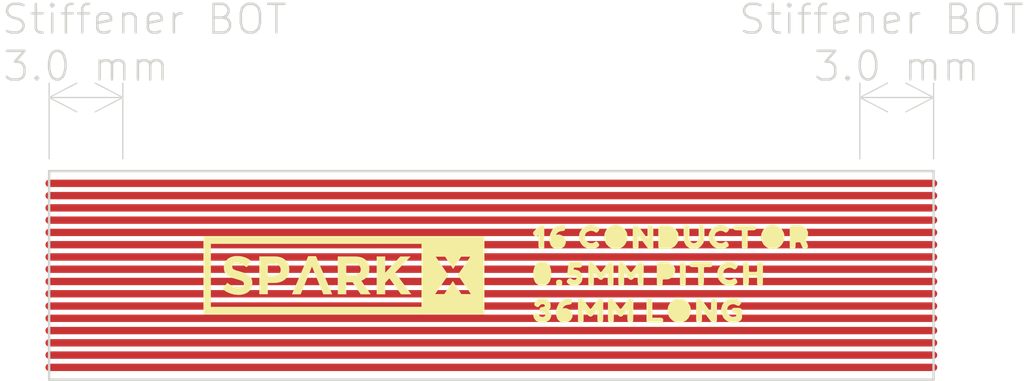
<source format=kicad_pcb>
(kicad_pcb (version 20211014) (generator pcbnew)
  (layers (0 "F.Cu" signal) (31 "B.Cu" signal) (34 "B.Paste" user) (35 "F.Paste" user) (36 "B.SilkS" user "B.Silkscreen") (37 "F.SilkS" user "F.Silkscreen") (38 "B.Mask" user) (39 "F.Mask" user) (44 "Edge.Cuts" user))
  (net 0 "")
  (net 1 "S$1")
  (net 2 "S$2")
  (footprint "eagleBoard:36MM_LONG0" (layer "F.Cu") (at 149.5011 106.4536)
    (fp_text reference "E$5" hide)
    (fp_text value "" hide)
    (fp_poly (pts (xy 1.333731 -0.41334) (xy 1.374235 -0.36271) (xy 1.404835 -0.30151) (xy 1.415 -0.230355) (xy 1.415 -0.159189) (xy 1.394276 -0.097018) (xy 1.345 -0.057598) (xy 1.345 -0.022072) (xy 1.394109 0.027038) (xy 1.424631 0.088082) (xy 1.445117 0.149539) (xy 1.434886 0.221153) (xy 1.414631 0.281918) (xy 1.384109 0.342962) (xy 1.332962 0.394109) (xy 1.272402 0.424389) (xy 1.222007 0.454627) (xy 1.1507 0.475) (xy 1.009645 0.475) (xy 0.93849 0.464835) (xy 0.816782 0.403981) (xy 0.77596 0.352954) (xy 0.735468 0.292216) (xy 0.715114 0.231153) (xy 0.704757 0.158657) (xy 0.737009 0.115654) (xy 0.809608 0.094912) (xy 0.891938 0.105203) (xy 0.934069 0.136802) (xy 0.963875 0.206347) (xy 1.021509 0.235165) (xy 1.089651 0.244899) (xy 1.15738 0.225548) (xy 1.195 0.187928) (xy 1.195 0.132342) (xy 1.137889 0.084749) (xy 1.069235 0.074942) (xy 1.007202 0.064603) (xy 0.975181 0.021908) (xy 0.964909 -0.070539) (xy 0.98599 -0.133781) (xy 1.038741 -0.154882) (xy 1.118889 -0.1649) (xy 1.175 -0.183603) (xy 1.175 -0.237598) (xy 1.128247 -0.275) (xy 1.05118 -0.275) (xy 0.993217 -0.246019) (xy 0.953731 -0.19666) (xy 0.911716 -0.154645) (xy 0.848296 -0.165215) (xy 0.776385 -0.206307) (xy 0.744718 -0.259085) (xy 0.755256 -0.311776) (xy 0.795852 -0.382819) (xy 0.836581 -0.43373) (xy 0.897784 -0.474532) (xy 0.958522 -0.494778) (xy 1.0293 -0.515) (xy 1.232071 -0.515)) (layer "F.SilkS") (width 0) (fill solid))
    (fp_poly (pts (xy 2.274757 -0.442058) (xy 2.285101 -0.369652) (xy 2.264346 -0.297009) (xy 2.221938 -0.265203) (xy 2.140732 -0.255053) (xy 2.081105 -0.245115) (xy 2.012337 -0.225467) (xy 1.96352 -0.186413) (xy 1.914574 -0.127678) (xy 1.906951 -0.097186) (xy 1.9693 -0.115) (xy 2.0307 -0.115) (xy 2.10182 -0.09468) (xy 2.16271 -0.064235) (xy 2.21334 -0.023731) (xy 2.264109 0.027038) (xy 2.294808 0.088436) (xy 2.305 0.149586) (xy 2.305 0.24118) (xy 2.243981 0.363218) (xy 2.192954 0.40404) (xy 2.132216 0.444532) (xy 2.071153 0.464886) (xy 2.000355 0.475) (xy 1.929645 0.475) (xy 1.85849 0.464835) (xy 1.79729 0.434235) (xy 1.74666 0.393731) (xy 1.705891 0.352962) (xy 1.675369 0.291918) (xy 1.655222 0.231478) (xy 1.635 0.1607) (xy 1.635 0.009645) (xy 1.645114 -0.061153) (xy 1.665257 -0.121581) (xy 1.685369 -0.181918) (xy 1.745765 -0.30271) (xy 1.786443 -0.353557) (xy 1.836877 -0.393904) (xy 1.88729 -0.434235) (xy 1.94818 -0.46468) (xy 2.018955 -0.484901) (xy 2.089645 -0.495) (xy 2.232403 -0.495)) (layer "F.SilkS") (width 0) (fill solid))
    (fp_poly (pts (xy 5.534159 -0.453336) (xy 5.555 -0.390811) (xy 5.555 0.275) (xy 5.880355 0.275) (xy 5.952667 0.28533) (xy 5.995 0.338246) (xy 5.995 0.410963) (xy 5.973569 0.464541) (xy 5.900355 0.475) (xy 5.419645 0.475) (xy 5.347243 0.464657) (xy 5.315 0.421667) (xy 5.315 -0.400495) (xy 5.325577 -0.453379) (xy 5.38882 -0.485) (xy 5.481385 -0.485)) (layer "F.SilkS") (width 0) (fill solid))
    (fp_poly (pts (xy 6.185058 0.090765) (xy 6.175 0.020355) (xy 6.175 -0.050355) (xy 6.185058 -0.120765) (xy 6.195192 -0.181564) (xy 6.255891 -0.302962) (xy 6.306464 -0.353536) (xy 6.35666 -0.403731) (xy 6.40729 -0.444235) (xy 6.468082 -0.474631) (xy 6.528847 -0.494886) (xy 6.599645 -0.505) (xy 6.7107 -0.505) (xy 6.781478 -0.484778) (xy 6.841918 -0.464631) (xy 6.902962 -0.434109) (xy 6.953348 -0.383724) (xy 7.00373 -0.343419) (xy 7.084532 -0.222216) (xy 7.104867 -0.161209) (xy 7.114942 -0.100765) (xy 7.125 -0.030355) (xy 7.125 0.0407) (xy 7.104778 0.111478) (xy 7.084631 0.171918) (xy 7.024109 0.292962) (xy 6.973536 0.343536) (xy 6.922962 0.394109) (xy 6.801918 0.454631) (xy 6.740811 0.475) (xy 6.599586 0.475) (xy 6.538899 0.464885) (xy 6.46818 0.44468) (xy 6.40729 0.414235) (xy 6.35666 0.373731) (xy 6.306464 0.323536) (xy 6.255891 0.272962) (xy 6.195192 0.151564)) (layer "F.SilkS") (width 0) (fill solid))
    (fp_poly (pts (xy 7.542619 -0.464452) (xy 7.593797 -0.413274) (xy 7.794044 -0.142941) (xy 7.935376 0.054924) (xy 7.945 -0.330045) (xy 7.945 -0.400811) (xy 7.966047 -0.463953) (xy 8.029189 -0.485) (xy 8.10118 -0.485) (xy 8.164513 -0.453333) (xy 8.174942 -0.390765) (xy 8.185 -0.320355) (xy 8.185 0.360414) (xy 8.174669 0.422403) (xy 8.132322 0.464749) (xy 8.050311 0.475) (xy 7.977658 0.475) (xy 7.926077 0.413102) (xy 7.575 -0.055) (xy 7.575 0.401385) (xy 7.543336 0.454159) (xy 7.480811 0.475) (xy 7.387929 0.475) (xy 7.345331 0.432403) (xy 7.335 0.370414) (xy 7.335 -0.370355) (xy 7.34533 -0.442667) (xy 7.398246 -0.485) (xy 7.4707 -0.485)) (layer "F.SilkS") (width 0) (fill solid))
    (fp_poly (pts (xy 3.491667 -0.47483) (xy 3.544552 -0.4431) (xy 3.555 -0.380414) (xy 3.555 0.3707) (xy 3.534265 0.443272) (xy 3.481385 0.475) (xy 3.409189 0.475) (xy 3.346664 0.454159) (xy 3.315 0.401385) (xy 3.315 -0.064823) (xy 3.15401 0.152986) (xy 3.123486 0.193685) (xy 3.061128 0.235257) (xy 2.998119 0.224756) (xy 2.936455 0.183646) (xy 2.766644 -0.056088) (xy 2.755 -0.06191) (xy 2.755 0.411385) (xy 2.723063 0.464613) (xy 2.650355 0.475) (xy 2.567597 0.475) (xy 2.525 0.421754) (xy 2.525 -0.390414) (xy 2.535448 -0.4531) (xy 2.588615 -0.485) (xy 2.67118 -0.485) (xy 2.732962 -0.454109) (xy 2.783787 -0.403284) (xy 3.021701 -0.086065) (xy 3.066841 -0.104121) (xy 3.216058 -0.303078) (xy 3.347038 -0.464283) (xy 3.409495 -0.485102)) (layer "F.SilkS") (width 0) (fill solid))
    (fp_poly (pts (xy 8.961458 -0.494784) (xy 9.03182 -0.47468) (xy 9.092514 -0.444333) (xy 9.154201 -0.403209) (xy 9.175398 -0.339616) (xy 9.144213 -0.277245) (xy 9.092711 -0.215443) (xy 9.039384 -0.204778) (xy 8.908515 -0.265179) (xy 8.849942 -0.274941) (xy 8.781047 -0.265099) (xy 8.712337 -0.245467) (xy 8.663557 -0.206443) (xy 8.624533 -0.157663) (xy 8.604901 -0.088953) (xy 8.595051 -0.02) (xy 8.604887 0.04885) (xy 8.624461 0.107573) (xy 8.663587 0.156481) (xy 8.722755 0.205788) (xy 8.78118 0.235) (xy 8.90882 0.235) (xy 8.965 0.20691) (xy 8.965 0.084655) (xy 8.827783 0.074854) (xy 8.785 0.032071) (xy 8.785 -0.040811) (xy 8.806047 -0.103953) (xy 8.869189 -0.125) (xy 9.0807 -0.125) (xy 9.152261 -0.104554) (xy 9.194657 -0.072757) (xy 9.205 -0.000355) (xy 9.205 0.280811) (xy 9.184461 0.342427) (xy 9.143343 0.393825) (xy 9.092408 0.424386) (xy 9.03151 0.454835) (xy 8.960707 0.46495) (xy 8.890355 0.475) (xy 8.739189 0.475) (xy 8.678082 0.454631) (xy 8.617486 0.424333) (xy 8.557046 0.38404) (xy 8.50666 0.343731) (xy 8.455891 0.292962) (xy 8.365165 0.11151) (xy 8.355 0.040355) (xy 8.355 -0.100811) (xy 8.375216 -0.161458) (xy 8.395373 -0.232007) (xy 8.425774 -0.282675) (xy 8.466114 -0.343185) (xy 8.516815 -0.393886) (xy 8.577486 -0.434333) (xy 8.698436 -0.494808) (xy 8.759235 -0.504942) (xy 8.829645 -0.515) (xy 8.900811 -0.515)) (layer "F.SilkS") (width 0) (fill solid))
    (fp_poly (pts (xy 4.721908 -0.474819) (xy 4.76425 -0.443063) (xy 4.785011 -0.380779) (xy 4.774995 0.370388) (xy 4.764613 0.443063) (xy 4.711385 0.475) (xy 4.629189 0.475) (xy 4.566219 0.45401) (xy 4.545135 0.4013) (xy 4.535 0.330355) (xy 4.535 -0.064057) (xy 4.384054 0.152929) (xy 4.353486 0.193685) (xy 4.291184 0.23522) (xy 4.217942 0.224757) (xy 4.166381 0.183508) (xy 3.986216 -0.056712) (xy 3.985 -0.057928) (xy 3.985 0.411385) (xy 3.953063 0.464613) (xy 3.880355 0.475) (xy 3.797597 0.475) (xy 3.755282 0.422107) (xy 3.745 0.360414) (xy 3.745 -0.390811) (xy 3.765841 -0.453336) (xy 3.818615 -0.485) (xy 3.90118 -0.485) (xy 3.963218 -0.453981) (xy 4.003953 -0.403062) (xy 4.241838 -0.085883) (xy 4.296937 -0.104249) (xy 4.446 -0.303) (xy 4.566937 -0.46425) (xy 4.629461 -0.485091)) (layer "F.SilkS") (width 0) (fill solid))
  )
  (footprint "eagleBoard:SPARKX-LARGE" (layer "F.Cu") (at 142.5011 105.0036)
    (fp_text reference "E$4" hide)
    (fp_text value "" hide)
    (fp_poly (pts (xy -0.475925 0.771953) (xy -0.840036 0.771953) (xy -1.300734 -0.35823) (xy -1.761429 0.771953) (xy -2.116396 0.771953) (xy -1.625859 -0.380793) (xy -0.966594 -0.380793)) (layer "F.SilkS") (width 0) (fill solid))
    (fp_poly (pts (xy -4.188786 -0.778635) (xy -4.039992 -0.740829) (xy -3.903959 -0.679647) (xy -3.775194 -0.593409) (xy -3.928658 -0.370793) (xy -4.026298 -0.370793) (xy -4.160188 -0.444568) (xy -4.25752 -0.474118) (xy -4.3548 -0.484173) (xy -4.439172 -0.474299) (xy -4.499196 -0.446261) (xy -4.534649 -0.405325) (xy -4.542767 -0.370793) (xy -4.885856 -0.370793) (xy -4.88058 -0.426099) (xy -4.850892 -0.516448) (xy -4.803214 -0.595486) (xy -4.739876 -0.663319) (xy -4.661314 -0.717618) (xy -4.569028 -0.757995) (xy -4.465334 -0.782959) (xy -4.351389 -0.791399)) (layer "F.SilkS") (width 0) (fill solid))
    (fp_poly (pts (xy -0.962339 -0.370793) (xy -1.630117 -0.370793) (xy -1.454914 -0.78224) (xy -1.137406 -0.78224)) (layer "F.SilkS") (width 0) (fill solid))
    (fp_poly (pts (xy 3.713958 0.761953) (xy 4.084674 0.761953) (xy 4.43371 0.23206) (xy 4.780444 0.761953) (xy 5.164898 0.761953) (xy 4.746815 0.14905) (xy 5.72 0.14905) (xy 5.72 1.586912) (xy 3.053668 1.586912) (xy 3.053668 1.283162) (xy 3.156537 1.283162) (xy 3.156537 0.14905) (xy 4.134583 0.14905)) (layer "F.SilkS") (width 0) (fill solid))
    (fp_poly (pts (xy 0.095296 -0.026715) (xy 0.431713 -0.026715) (xy 0.541086 -0.041661) (xy 0.620683 -0.084998) (xy 0.669275 -0.152631) (xy 0.685371 -0.239347) (xy 0.685371 -0.241869) (xy 0.668394 -0.336249) (xy 0.634266 -0.380793) (xy 1.02527 -0.380793) (xy 1.027668 -0.37307) (xy 1.037128 -0.25967) (xy 1.037128 -0.254548) (xy 1.01398 -0.084718) (xy 0.944761 0.051023) (xy 0.838875 0.153185) (xy 0.710234 0.221255) (xy 1.087334 0.771953) (xy 0.680841 0.771953) (xy 0.3528 0.281606) (xy 0.095296 0.281606) (xy 0.095296 0.771953) (xy -0.251887 0.771953) (xy -0.251887 -0.380793) (xy 0.095296 -0.380793)) (layer "F.SilkS") (width 0) (fill solid))
    (fp_poly (pts (xy 0.583885 -0.762393) (xy 0.698877 -0.737194) (xy 0.798721 -0.695026) (xy 0.883434 -0.635854) (xy 0.950884 -0.561468) (xy 0.99894 -0.47384) (xy 1.028205 -0.370793) (xy 0.641922 -0.370793) (xy 0.617391 -0.402937) (xy 0.535257 -0.443196) (xy 0.424887 -0.456771) (xy 0.095296 -0.456771) (xy 0.095296 -0.370793) (xy -0.251887 -0.370793) (xy -0.251887 -0.770809) (xy 0.453933 -0.770809)) (layer "F.SilkS") (width 0) (fill solid))
    (fp_poly (pts (xy 2.331057 -0.370793) (xy 1.922745 -0.370793) (xy 2.294106 -0.770809) (xy 2.714921 -0.770809)) (layer "F.SilkS") (width 0) (fill solid))
    (fp_poly (pts (xy 5.72 0.15905) (xy 4.753637 0.15905) (xy 4.633381 -0.017146) (xy 5.142022 -0.760809) (xy 4.771303 -0.760809) (xy 4.443969 -0.259437) (xy 4.118941 -0.760809) (xy 3.736766 -0.760809) (xy 4.245442 -0.012558) (xy 4.12772 0.15905) (xy 3.156537 0.15905) (xy 3.156537 -1.283162) (xy -5.41625 -1.283162) (xy -5.41625 1.283162) (xy 3.063668 1.283162) (xy 3.063668 1.586912) (xy -5.72 1.586912) (xy -5.72 -1.586912) (xy 5.72 -1.586912)) (layer "F.SilkS") (width 0) (fill solid))
    (fp_poly (pts (xy -3.955513 -0.331763) (xy -4.044435 -0.380793) (xy -3.921774 -0.380793)) (layer "F.SilkS") (width 0) (fill solid))
    (fp_poly (pts (xy 1.679493 -0.108747) (xy 1.932028 -0.380793) (xy 2.340652 -0.380793) (xy 2.085643 -0.115025) (xy 2.741685 0.771953) (xy 2.324602 0.771953) (xy 1.851128 0.122061) (xy 1.679493 0.300337) (xy 1.679493 0.771953) (xy 1.332309 0.771953) (xy 1.332309 -0.380793) (xy 1.679493 -0.380793)) (layer "F.SilkS") (width 0) (fill solid))
    (fp_poly (pts (xy -2.682074 -0.763015) (xy -2.565504 -0.73397) (xy -2.464408 -0.686946) (xy -2.379745 -0.624346) (xy -2.311711 -0.546304) (xy -2.261917 -0.454541) (xy -2.237553 -0.370793) (xy -2.623894 -0.370793) (xy -2.644777 -0.398419) (xy -2.729347 -0.442194) (xy -2.841823 -0.456771) (xy -3.097103 -0.456771) (xy -3.097103 -0.370793) (xy -3.445431 -0.370793) (xy -3.445431 -0.773096) (xy -2.813874 -0.773096)) (layer "F.SilkS") (width 0) (fill solid))
    (fp_poly (pts (xy 1.679493 -0.370793) (xy 1.332309 -0.370793) (xy 1.332309 -0.770809) (xy 1.679493 -0.770809)) (layer "F.SilkS") (width 0) (fill solid))
    (fp_poly (pts (xy -3.097103 0.001859) (xy -2.835004 0.001859) (xy -2.723942 -0.01433) (xy -2.641525 -0.063186) (xy -2.590304 -0.136605) (xy -2.573321 -0.225641) (xy -2.573321 -0.229295) (xy -2.591186 -0.327621) (xy -2.631466 -0.380793) (xy -2.240451 -0.380793) (xy -2.231788 -0.350682) (xy -2.221562 -0.236824) (xy -2.221562 -0.210856) (xy -2.224396 -0.216521) (xy -2.234848 -0.10793) (xy -2.271148 0.002126) (xy -2.329033 0.095816) (xy -2.405121 0.17306) (xy -2.49704 0.232674) (xy -2.603414 0.275684) (xy -2.721533 0.301506) (xy -2.847039 0.310181) (xy -3.098243 0.310181) (xy -3.098243 0.769665) (xy -3.445431 0.769665) (xy -3.445431 -0.380793) (xy -3.097103 -0.380793)) (layer "F.SilkS") (width 0) (fill solid))
    (fp_poly (pts (xy -4.546425 -0.354899) (xy -4.546425 -0.351422) (xy -4.533135 -0.288295) (xy -4.483513 -0.240876) (xy -4.38293 -0.200193) (xy -4.219643 -0.154518) (xy -4.010982 -0.085729) (xy -3.856757 0.006347) (xy -3.800772 0.065427) (xy -3.760431 0.133989) (xy -3.735974 0.214061) (xy -3.728037 0.308399) (xy -3.728037 0.317992) (xy -3.7384 0.425962) (xy -3.769613 0.522168) (xy -3.819743 0.604307) (xy -3.886448 0.672556) (xy -3.9691 0.72569) (xy -4.065295 0.764882) (xy -4.174283 0.789189) (xy -4.294304 0.797114) (xy -4.468855 0.781802) (xy -4.640022 0.736232) (xy -4.801798 0.659496) (xy -4.95183 0.547201) (xy -4.746595 0.300681) (xy -4.636393 0.380184) (xy -4.527734 0.438868) (xy -4.412728 0.476153) (xy -4.287411 0.488748) (xy -4.194912 0.478848) (xy -4.12682 0.450691) (xy -4.084801 0.406961) (xy -4.07065 0.348023) (xy -4.07065 0.344578) (xy -4.082809 0.288211) (xy -4.126873 0.243044) (xy -4.220559 0.200152) (xy -4.376828 0.154527) (xy -4.588796 0.090363) (xy -4.749889 0.002912) (xy -4.808983 -0.055539) (xy -4.853187 -0.12706) (xy -4.880844 -0.214661) (xy -4.890181 -0.319818) (xy -4.890181 -0.324847) (xy -4.884907 -0.380793) (xy -4.540441 -0.380793)) (layer "F.SilkS") (width 0) (fill solid))
  )
  (footprint "eagleBoard:0#5MM_PITCH1" (layer "F.Cu") (at 149.5011 104.9536)
    (fp_text reference "E$2" hide)
    (fp_text value "" hide)
    (fp_poly (pts (xy 7.984613 -0.453063) (xy 7.995059 -0.379941) (xy 7.984513 -0.316667) (xy 7.92118 -0.285) (xy 7.710414 -0.285) (xy 7.655 -0.275764) (xy 7.655 0.330355) (xy 7.644886 0.401153) (xy 7.623766 0.464513) (xy 7.550355 0.475) (xy 7.478246 0.475) (xy 7.425383 0.432709) (xy 7.415 0.370414) (xy 7.415 -0.24882) (xy 7.39691 -0.285) (xy 7.199689 -0.285) (xy 7.117678 -0.295251) (xy 7.075 -0.337929) (xy 7.075 -0.41118) (xy 7.106667 -0.474513) (xy 7.169586 -0.485) (xy 7.931385 -0.485)) (layer "F.SilkS") (width 0) (fill solid))
    (fp_poly (pts (xy 8.770756 -0.494943) (xy 8.841362 -0.484856) (xy 8.912281 -0.454462) (xy 8.9631 -0.423971) (xy 9.014669 -0.372403) (xy 9.025257 -0.308872) (xy 8.983886 -0.246815) (xy 8.932071 -0.195) (xy 8.878486 -0.195) (xy 8.817782 -0.235469) (xy 8.758889 -0.2551) (xy 8.680105 -0.264948) (xy 8.621563 -0.255192) (xy 8.503424 -0.196122) (xy 8.464531 -0.137782) (xy 8.444887 -0.07885) (xy 8.435051 -0.01) (xy 8.444887 0.05885) (xy 8.464369 0.117297) (xy 8.513348 0.166276) (xy 8.56259 0.20567) (xy 8.631027 0.235) (xy 8.75882 0.235) (xy 8.817638 0.205591) (xy 8.889264 0.164662) (xy 8.932556 0.175485) (xy 8.984216 0.227145) (xy 9.015173 0.299377) (xy 9.004576 0.362959) (xy 8.942888 0.404084) (xy 8.902192 0.434606) (xy 8.821297 0.45483) (xy 8.7507 0.475) (xy 8.619189 0.475) (xy 8.558419 0.454743) (xy 8.498222 0.434678) (xy 8.427407 0.404328) (xy 8.37666 0.363731) (xy 8.326269 0.31334) (xy 8.286096 0.263123) (xy 8.245468 0.212339) (xy 8.225216 0.141458) (xy 8.205114 0.081153) (xy 8.195 0.010355) (xy 8.195 -0.060355) (xy 8.205114 -0.131153) (xy 8.225369 -0.191918) (xy 8.255667 -0.252514) (xy 8.29596 -0.312954) (xy 8.336443 -0.363557) (xy 8.387046 -0.40404) (xy 8.447486 -0.444333) (xy 8.50818 -0.47468) (xy 8.578899 -0.494885) (xy 8.639586 -0.505) (xy 8.710414 -0.505)) (layer "F.SilkS") (width 0) (fill solid))
    (fp_poly (pts (xy 6.23151 -0.474835) (xy 6.292514 -0.444333) (xy 6.353185 -0.403886) (xy 6.403731 -0.35334) (xy 6.444235 -0.30271) (xy 6.485 -0.22118) (xy 6.485 -0.149645) (xy 6.474942 -0.079235) (xy 6.464833 -0.018584) (xy 6.434328 0.052593) (xy 6.393419 0.10373) (xy 6.276446 0.181712) (xy 6.27705 0.18292) (xy 6.272218 0.184531) (xy 6.268061 0.187302) (xy 6.267467 0.186114) (xy 6.211209 0.204867) (xy 6.150414 0.215) (xy 6.01118 0.215) (xy 5.975 0.23309) (xy 5.975 0.370414) (xy 5.964669 0.432403) (xy 5.922071 0.475) (xy 5.8293 0.475) (xy 5.756512 0.454203) (xy 5.735 0.41118) (xy 5.735 -0.410963) (xy 5.756219 -0.46401) (xy 5.819189 -0.485) (xy 6.160355 -0.485)) (layer "F.SilkS") (width 0) (fill solid))
    (fp_poly (pts (xy 6.872991 -0.464346) (xy 6.904769 -0.421975) (xy 6.915 -0.350355) (xy 6.915 0.400963) (xy 6.893781 0.45401) (xy 6.830811 0.475) (xy 6.738615 0.475) (xy 6.685448 0.4431) (xy 6.675 0.380414) (xy 6.675 -0.432071) (xy 6.717678 -0.474749) (xy 6.800392 -0.485088)) (layer "F.SilkS") (width 0) (fill solid))
    (fp_poly (pts (xy 9.453953 -0.463953) (xy 9.474886 -0.401153) (xy 9.485 -0.330355) (xy 9.485 -0.131667) (xy 9.5125 -0.095) (xy 9.778333 -0.095) (xy 9.815 -0.1225) (xy 9.815 -0.400811) (xy 9.836047 -0.463953) (xy 9.899189 -0.485) (xy 9.981385 -0.485) (xy 10.034159 -0.453336) (xy 10.055 -0.390811) (xy 10.055 0.370414) (xy 10.044669 0.432403) (xy 10.002071 0.475) (xy 9.909189 0.475) (xy 9.846664 0.454159) (xy 9.815 0.401385) (xy 9.815 0.131667) (xy 9.7875 0.095) (xy 9.5125 0.095) (xy 9.485 0.131667) (xy 9.485 0.330355) (xy 9.474865 0.4013) (xy 9.453781 0.45401) (xy 9.390811 0.475) (xy 9.298246 0.475) (xy 9.245 0.432403) (xy 9.245 -0.380355) (xy 9.255343 -0.452757) (xy 9.298333 -0.485) (xy 9.390811 -0.485)) (layer "F.SilkS") (width 0) (fill solid))
    (fp_poly (pts (xy 5.141908 -0.474819) (xy 5.18425 -0.443063) (xy 5.205011 -0.380779) (xy 5.194995 0.370388) (xy 5.184613 0.443063) (xy 5.131385 0.475) (xy 5.049189 0.475) (xy 4.986219 0.45401) (xy 4.965135 0.4013) (xy 4.955 0.330355) (xy 4.955 -0.064057) (xy 4.804054 0.152929) (xy 4.773486 0.193685) (xy 4.711184 0.23522) (xy 4.637942 0.224757) (xy 4.586381 0.183508) (xy 4.406216 -0.056712) (xy 4.405 -0.057928) (xy 4.405 0.411385) (xy 4.373063 0.464613) (xy 4.300355 0.475) (xy 4.217597 0.475) (xy 4.175282 0.422107) (xy 4.165 0.360414) (xy 4.165 -0.390811) (xy 4.185841 -0.453336) (xy 4.238615 -0.485) (xy 4.32118 -0.485) (xy 4.383218 -0.453981) (xy 4.423953 -0.403062) (xy 4.661838 -0.085883) (xy 4.716937 -0.104249) (xy 4.866 -0.303) (xy 4.986937 -0.46425) (xy 5.049461 -0.485091)) (layer "F.SilkS") (width 0) (fill solid))
    (fp_poly (pts (xy 3.911667 -0.47483) (xy 3.964552 -0.4431) (xy 3.975 -0.380414) (xy 3.975 0.3707) (xy 3.954265 0.443272) (xy 3.901385 0.475) (xy 3.829189 0.475) (xy 3.766664 0.454159) (xy 3.735 0.401385) (xy 3.735 -0.064823) (xy 3.57401 0.152986) (xy 3.543486 0.193685) (xy 3.481128 0.235257) (xy 3.418119 0.224756) (xy 3.356455 0.183646) (xy 3.186644 -0.056088) (xy 3.175 -0.06191) (xy 3.175 0.411385) (xy 3.143063 0.464613) (xy 3.070355 0.475) (xy 2.987597 0.475) (xy 2.945 0.421754) (xy 2.945 -0.390414) (xy 2.955448 -0.4531) (xy 3.008615 -0.485) (xy 3.09118 -0.485) (xy 3.152962 -0.454109) (xy 3.203787 -0.403284) (xy 3.441701 -0.086065) (xy 3.486841 -0.104121) (xy 3.636058 -0.303078) (xy 3.767038 -0.464283) (xy 3.829495 -0.485102)) (layer "F.SilkS") (width 0) (fill solid))
    (fp_poly (pts (xy 1.863936 0.256378) (xy 1.885 0.309037) (xy 1.885 0.390811) (xy 1.863953 0.453953) (xy 1.800811 0.475) (xy 1.709037 0.475) (xy 1.65599 0.453781) (xy 1.635 0.390811) (xy 1.635 0.319189) (xy 1.655912 0.256454) (xy 1.71882 0.225) (xy 1.80118 0.225)) (layer "F.SilkS") (width 0) (fill solid))
    (fp_poly (pts (xy 2.663781 -0.48401) (xy 2.684894 -0.431227) (xy 2.695156 -0.338875) (xy 2.663336 -0.285841) (xy 2.600811 -0.265) (xy 2.390617 -0.265) (xy 2.355 -0.256096) (xy 2.355 -0.185) (xy 2.4107 -0.185) (xy 2.481478 -0.164778) (xy 2.542216 -0.144532) (xy 2.603377 -0.103758) (xy 2.654089 -0.042904) (xy 2.684627 0.007993) (xy 2.704885 0.078899) (xy 2.715059 0.139941) (xy 2.704901 0.211045) (xy 2.68468 0.28182) (xy 2.654109 0.342962) (xy 2.60334 0.393731) (xy 2.55271 0.434235) (xy 2.49151 0.464835) (xy 2.420355 0.475) (xy 2.349645 0.475) (xy 2.278847 0.464886) (xy 2.218082 0.444631) (xy 2.157245 0.414213) (xy 2.096148 0.363299) (xy 2.064529 0.310601) (xy 2.08563 0.247299) (xy 2.14719 0.185739) (xy 2.199844 0.164677) (xy 2.262427 0.185539) (xy 2.312021 0.225214) (xy 2.389495 0.234898) (xy 2.446454 0.215912) (xy 2.474658 0.159504) (xy 2.455734 0.093271) (xy 2.408616 0.065) (xy 2.341514 0.065) (xy 2.281881 0.104756) (xy 2.219218 0.115199) (xy 2.157486 0.084333) (xy 2.095618 0.043088) (xy 2.084921 0.000299) (xy 2.135078 -0.390927) (xy 2.145414 -0.432271) (xy 2.187092 -0.484369) (xy 2.2593 -0.505) (xy 2.600811 -0.505)) (layer "F.SilkS") (width 0) (fill solid))
    (fp_poly (pts (xy 1.171209 -0.504867) (xy 1.232476 -0.484445) (xy 1.293183 -0.433856) (xy 1.343981 -0.393218) (xy 1.404835 -0.27151) (xy 1.414491 -0.20392) (xy 1.42419 -0.206028) (xy 1.435 -0.130355) (xy 1.435 -0.070308) (xy 1.445044 0.010044) (xy 1.43495 0.080707) (xy 1.424901 0.151045) (xy 1.404778 0.221478) (xy 1.38457 0.282102) (xy 1.354114 0.332861) (xy 1.313557 0.383557) (xy 1.26271 0.424235) (xy 1.20182 0.45468) (xy 1.1307 0.475) (xy 0.989189 0.475) (xy 0.927784 0.454532) (xy 0.867046 0.41404) (xy 0.816443 0.373557) (xy 0.775672 0.322593) (xy 0.745322 0.251778) (xy 0.725133 0.191209) (xy 0.715058 0.130765) (xy 0.705 0.060355) (xy 0.705 -0.090355) (xy 0.715114 -0.161153) (xy 0.735216 -0.221458) (xy 0.75532 -0.29182) (xy 0.785614 -0.352408) (xy 0.815845 -0.402794) (xy 0.846708 -0.443944) (xy 0.968436 -0.504808) (xy 1.029586 -0.515) (xy 1.110414 -0.515)) (layer "F.SilkS") (width 0) (fill solid))
  )
  (footprint "eagleBoard:16_CONDUCTOR0" (layer "F.Cu") (at 149.5011 103.4536)
    (fp_text reference "E$3" hide)
    (fp_text value "" hide)
    (fp_poly (pts (xy 9.985114 0.091153) (xy 9.974949 0.02) (xy 9.985 -0.050357) (xy 9.985 -0.120811) (xy 10.005369 -0.181918) (xy 10.065765 -0.30271) (xy 10.106269 -0.35334) (xy 10.156815 -0.403886) (xy 10.217486 -0.444333) (xy 10.278082 -0.474631) (xy 10.338847 -0.494886) (xy 10.409645 -0.505) (xy 10.520811 -0.505) (xy 10.581458 -0.484784) (xy 10.652007 -0.464627) (xy 10.702904 -0.434089) (xy 10.763183 -0.383856) (xy 10.81373 -0.343419) (xy 10.854333 -0.282514) (xy 10.914808 -0.161564) (xy 10.924942 -0.100765) (xy 10.935051 -0.03) (xy 10.92495 0.040707) (xy 10.914886 0.111153) (xy 10.894631 0.171918) (xy 10.864333 0.232514) (xy 10.82404 0.292954) (xy 10.783731 0.34334) (xy 10.732962 0.394109) (xy 10.611918 0.454631) (xy 10.550811 0.475) (xy 10.409645 0.475) (xy 10.338847 0.464886) (xy 10.278082 0.444631) (xy 10.21729 0.414235) (xy 10.166837 0.373873) (xy 10.106411 0.323518) (xy 10.065765 0.27271) (xy 10.005369 0.151918)) (layer "F.SilkS") (width 0) (fill solid))
    (fp_poly (pts (xy 6.251153 -0.474886) (xy 6.311778 -0.454678) (xy 6.382281 -0.424462) (xy 6.432904 -0.394089) (xy 6.493589 -0.343518) (xy 6.53404 -0.292954) (xy 6.574226 -0.232675) (xy 6.604807 -0.181707) (xy 6.61495 -0.110707) (xy 6.625 -0.040355) (xy 6.625 0.030355) (xy 6.614942 0.100765) (xy 6.604808 0.161564) (xy 6.574333 0.222514) (xy 6.53404 0.282954) (xy 6.493731 0.33334) (xy 6.442962 0.384109) (xy 6.382236 0.414472) (xy 6.326351 0.442415) (xy 6.326612 0.443067) (xy 6.321917 0.444632) (xy 6.317157 0.447012) (xy 6.316908 0.446301) (xy 6.261153 0.464886) (xy 6.190355 0.475) (xy 5.919689 0.475) (xy 5.837678 0.464749) (xy 5.805286 0.432357) (xy 5.795 0.360355) (xy 5.795 -0.390414) (xy 5.805448 -0.4531) (xy 5.858615 -0.485) (xy 6.180355 -0.485)) (layer "F.SilkS") (width 0) (fill solid))
    (fp_poly (pts (xy 3.140732 -0.494947) (xy 3.22147 -0.484855) (xy 3.282408 -0.454386) (xy 3.3331 -0.423971) (xy 3.384669 -0.372403) (xy 3.395257 -0.308872) (xy 3.353886 -0.246815) (xy 3.302071 -0.195) (xy 3.248486 -0.195) (xy 3.187782 -0.235469) (xy 3.12885 -0.255113) (xy 3.06 -0.264949) (xy 2.991509 -0.255165) (xy 2.873424 -0.196122) (xy 2.834531 -0.137782) (xy 2.814887 -0.07885) (xy 2.805051 -0.01) (xy 2.814835 0.058491) (xy 2.844236 0.117292) (xy 2.883418 0.166269) (xy 2.942516 0.205668) (xy 3.00118 0.235) (xy 3.12882 0.235) (xy 3.187638 0.205591) (xy 3.259264 0.164662) (xy 3.302556 0.175485) (xy 3.354009 0.226938) (xy 3.39545 0.29946) (xy 3.374276 0.362982) (xy 3.322861 0.404114) (xy 3.271934 0.43467) (xy 3.191389 0.454807) (xy 3.130811 0.475) (xy 2.9993 0.475) (xy 2.928522 0.454778) (xy 2.868082 0.434631) (xy 2.807486 0.404333) (xy 2.746815 0.363886) (xy 2.696269 0.31334) (xy 2.655886 0.262861) (xy 2.625538 0.212281) (xy 2.595322 0.141778) (xy 2.575114 0.081153) (xy 2.564949 0.01) (xy 2.575 -0.060357) (xy 2.575 -0.130811) (xy 2.595369 -0.191918) (xy 2.625667 -0.252514) (xy 2.66596 -0.312954) (xy 2.706443 -0.363557) (xy 2.757046 -0.40404) (xy 2.817486 -0.444333) (xy 2.87818 -0.47468) (xy 2.948899 -0.494885) (xy 3.009586 -0.505) (xy 3.080414 -0.505)) (layer "F.SilkS") (width 0) (fill solid))
    (fp_poly (pts (xy 2.005 -0.441754) (xy 2.005 -0.369645) (xy 1.994657 -0.297243) (xy 1.951938 -0.265203) (xy 1.870732 -0.255053) (xy 1.811105 -0.245115) (xy 1.742337 -0.225467) (xy 1.69352 -0.186413) (xy 1.644574 -0.127678) (xy 1.63706 -0.097624) (xy 1.689189 -0.115) (xy 1.7607 -0.115) (xy 1.83182 -0.09468) (xy 1.89271 -0.064235) (xy 1.94334 -0.023731) (xy 1.994109 0.027038) (xy 2.024808 0.088436) (xy 2.035 0.149586) (xy 2.035 0.170355) (xy 2.024886 0.241153) (xy 2.004631 0.301918) (xy 1.973981 0.363218) (xy 1.922954 0.40404) (xy 1.862216 0.444532) (xy 1.801153 0.464886) (xy 1.730355 0.475) (xy 1.659645 0.475) (xy 1.58849 0.464835) (xy 1.52729 0.434235) (xy 1.47666 0.393731) (xy 1.435891 0.352962) (xy 1.405369 0.291918) (xy 1.385222 0.231478) (xy 1.365 0.1607) (xy 1.365 0.009645) (xy 1.375114 -0.061153) (xy 1.395257 -0.121581) (xy 1.415369 -0.181918) (xy 1.475765 -0.30271) (xy 1.516443 -0.353557) (xy 1.566877 -0.393904) (xy 1.61729 -0.434235) (xy 1.67818 -0.46468) (xy 1.748899 -0.484885) (xy 1.809586 -0.495) (xy 1.962403 -0.495)) (layer "F.SilkS") (width 0) (fill solid))
    (fp_poly (pts (xy 1.144552 -0.4531) (xy 1.155 -0.390414) (xy 1.155 0.422071) (xy 1.112322 0.464749) (xy 1.029956 0.475044) (xy 0.956937 0.464613) (xy 0.925224 0.411758) (xy 0.915 0.350414) (xy 0.915 -0.05919) (xy 0.907186 -0.082633) (xy 0.841328 -0.045) (xy 0.78819 -0.045) (xy 0.725996 -0.096828) (xy 0.694761 -0.159298) (xy 0.705346 -0.212226) (xy 0.756359 -0.273442) (xy 0.906728 -0.413785) (xy 0.95729 -0.454235) (xy 1.01882 -0.485) (xy 1.091385 -0.485)) (layer "F.SilkS") (width 0) (fill solid))
    (fp_poly (pts (xy 11.590765 -0.484942) (xy 11.651564 -0.474808) (xy 11.712514 -0.444333) (xy 11.777537 -0.400985) (xy 11.772048 -0.394765) (xy 11.823981 -0.353218) (xy 11.884835 -0.23151) (xy 11.895051 -0.16) (xy 11.88495 -0.089293) (xy 11.874835 -0.01849) (xy 11.844235 0.04271) (xy 11.805 0.091753) (xy 11.805 0.138902) (xy 11.864656 0.268156) (xy 11.874778 0.298522) (xy 11.895277 0.37027) (xy 11.873995 0.423476) (xy 11.801704 0.464785) (xy 11.739218 0.475199) (xy 11.676145 0.443663) (xy 11.605468 0.282116) (xy 11.56691 0.205) (xy 11.430962 0.205) (xy 11.385 0.223385) (xy 11.385 0.360414) (xy 11.374669 0.422403) (xy 11.332295 0.464776) (xy 11.239573 0.475078) (xy 11.166268 0.454134) (xy 11.145 0.400963) (xy 11.145 -0.421385) (xy 11.176664 -0.474159) (xy 11.239189 -0.495) (xy 11.520355 -0.495)) (layer "F.SilkS") (width 0) (fill solid))
    (fp_poly (pts (xy 8.420707 -0.49495) (xy 8.49151 -0.484835) (xy 8.612962 -0.424109) (xy 8.664669 -0.372403) (xy 8.675257 -0.308872) (xy 8.633758 -0.246623) (xy 8.57181 -0.195) (xy 8.528672 -0.195) (xy 8.457947 -0.235414) (xy 8.39885 -0.255113) (xy 8.330058 -0.264941) (xy 8.271563 -0.255192) (xy 8.153424 -0.196122) (xy 8.114531 -0.137782) (xy 8.094887 -0.07885) (xy 8.085051 -0.01) (xy 8.094887 0.05885) (xy 8.114461 0.117573) (xy 8.153418 0.166269) (xy 8.212516 0.205668) (xy 8.27118 0.235) (xy 8.40882 0.235) (xy 8.467484 0.205668) (xy 8.52895 0.164691) (xy 8.582465 0.175394) (xy 8.634216 0.227145) (xy 8.665173 0.299377) (xy 8.654576 0.362959) (xy 8.592675 0.404226) (xy 8.542007 0.434627) (xy 8.471374 0.454808) (xy 8.4007 0.475) (xy 8.269189 0.475) (xy 8.208542 0.454784) (xy 8.13818 0.43468) (xy 8.07729 0.404235) (xy 8.02666 0.363731) (xy 7.976269 0.31334) (xy 7.936096 0.263123) (xy 7.895468 0.212339) (xy 7.875216 0.141458) (xy 7.855114 0.081153) (xy 7.845 0.010355) (xy 7.845 -0.060355) (xy 7.855114 -0.131153) (xy 7.875369 -0.191918) (xy 7.935891 -0.312962) (xy 7.98666 -0.363731) (xy 8.037046 -0.40404) (xy 8.097486 -0.444333) (xy 8.15818 -0.47468) (xy 8.228899 -0.494885) (xy 8.289586 -0.505) (xy 8.350355 -0.505)) (layer "F.SilkS") (width 0) (fill solid))
    (fp_poly (pts (xy 9.764613 -0.453063) (xy 9.775059 -0.379941) (xy 9.764513 -0.316667) (xy 9.70118 -0.285) (xy 9.490414 -0.285) (xy 9.435 -0.275764) (xy 9.435 0.40118) (xy 9.403333 0.464513) (xy 9.340414 0.475) (xy 9.258246 0.475) (xy 9.205383 0.432709) (xy 9.195 0.370414) (xy 9.195 -0.24882) (xy 9.17691 -0.285) (xy 8.979645 -0.285) (xy 8.907942 -0.295243) (xy 8.855 -0.337597) (xy 8.855 -0.41118) (xy 8.886667 -0.474513) (xy 8.949586 -0.485) (xy 9.711385 -0.485)) (layer "F.SilkS") (width 0) (fill solid))
    (fp_poly (pts (xy 3.605058 0.090765) (xy 3.595 0.020355) (xy 3.595 -0.050355) (xy 3.605058 -0.120765) (xy 3.615192 -0.181564) (xy 3.675765 -0.30271) (xy 3.716411 -0.353518) (xy 3.776837 -0.403873) (xy 3.82729 -0.444235) (xy 3.888082 -0.474631) (xy 3.948847 -0.494886) (xy 4.019645 -0.505) (xy 4.1307 -0.505) (xy 4.201478 -0.484778) (xy 4.261918 -0.464631) (xy 4.322962 -0.434109) (xy 4.373348 -0.383724) (xy 4.42373 -0.343419) (xy 4.504532 -0.222216) (xy 4.524867 -0.161209) (xy 4.534942 -0.100765) (xy 4.545051 -0.03) (xy 4.53495 0.040707) (xy 4.524886 0.111153) (xy 4.504631 0.171918) (xy 4.444109 0.292962) (xy 4.393536 0.343536) (xy 4.342962 0.394109) (xy 4.221918 0.454631) (xy 4.160811 0.475) (xy 4.019586 0.475) (xy 3.958899 0.464885) (xy 3.88818 0.44468) (xy 3.82729 0.414235) (xy 3.77666 0.373731) (xy 3.726464 0.323536) (xy 3.675891 0.272962) (xy 3.615192 0.151564)) (layer "F.SilkS") (width 0) (fill solid))
    (fp_poly (pts (xy 4.962619 -0.464452) (xy 5.013797 -0.413274) (xy 5.214044 -0.142941) (xy 5.355 0.054397) (xy 5.355 -0.330355) (xy 5.365058 -0.400765) (xy 5.375588 -0.463939) (xy 5.4493 -0.485) (xy 5.52118 -0.485) (xy 5.584513 -0.453333) (xy 5.595 -0.390414) (xy 5.595 0.422071) (xy 5.552322 0.464749) (xy 5.470311 0.475) (xy 5.397658 0.475) (xy 5.346077 0.413102) (xy 4.995 -0.055) (xy 4.995 0.401385) (xy 4.963336 0.454159) (xy 4.900811 0.475) (xy 4.807929 0.475) (xy 4.765331 0.432403) (xy 4.755 0.370414) (xy 4.755 -0.370355) (xy 4.76533 -0.442667) (xy 4.818246 -0.485) (xy 4.8907 -0.485)) (layer "F.SilkS") (width 0) (fill solid))
    (fp_poly (pts (xy 7.05467 -0.452667) (xy 7.065 -0.380355) (xy 7.065 0.029643) (xy 7.074835 0.098491) (xy 7.104236 0.157292) (xy 7.143217 0.206019) (xy 7.20118 0.235) (xy 7.26919 0.235) (xy 7.327573 0.215539) (xy 7.376269 0.176582) (xy 7.415244 0.118119) (xy 7.425057 0.059244) (xy 7.435 -0.010357) (xy 7.435 -0.420811) (xy 7.456234 -0.484513) (xy 7.529645 -0.495) (xy 7.60118 -0.495) (xy 7.664579 -0.463301) (xy 7.675 -0.390355) (xy 7.675 0.020355) (xy 7.664942 0.090765) (xy 7.654885 0.151101) (xy 7.634593 0.222124) (xy 7.59404 0.282954) (xy 7.553904 0.333123) (xy 7.513419 0.38373) (xy 7.452514 0.424333) (xy 7.391918 0.454631) (xy 7.330811 0.475) (xy 7.189645 0.475) (xy 7.11849 0.464835) (xy 7.057486 0.434333) (xy 6.997046 0.39404) (xy 6.946443 0.353557) (xy 6.905765 0.30271) (xy 6.845165 0.18151) (xy 6.83505 0.110707) (xy 6.825 0.040355) (xy 6.825 -0.431514) (xy 6.867324 -0.495) (xy 7.001754 -0.495)) (layer "F.SilkS") (width 0) (fill solid))
  )
  (gr_line (start 166.5011 109.2536) (end 130.5011 109.2536) (layer "Edge.Cuts") (width 0.1))
  (gr_line (start 166.5011 100.7536) (end 166.5011 109.2536) (layer "Edge.Cuts") (width 0.1))
  (gr_line (start 130.5011 109.2536) (end 130.5011 100.7536) (layer "Edge.Cuts") (width 0.1))
  (gr_line (start 130.5011 100.7536) (end 166.5011 100.7536) (layer "Edge.Cuts") (width 0.1))
  (gr_text "Stiffener BOT" (at 158.5011 95.2536) (layer "Edge.Cuts") (effects (font (size 1.1684 1.1684) (thickness 0.1016)) (justify left bottom)))
  (gr_text "Stiffener BOT" (at 128.5011 95.2536) (layer "Edge.Cuts") (effects (font (size 1.1684 1.1684) (thickness 0.1016)) (justify left bottom)))
  (dimension (type aligned) (layer "Edge.Cuts") (pts (xy 166.5011 100.2536) (xy 163.5011 100.2536)) (height 2.5) (gr_text "3.0 mm" (at 165.0011 96.4836) (layer "Edge.Cuts") (effects (font (size 1.1684 1.1684) (thickness 0.1016)))) (format (units 2) (units_format 1) (precision 1)) (style (thickness 0.05) (arrow_length 1.27) (text_position_mode 0) (extension_height 0.58642) (extension_offset 0) keep_text_aligned))
  (dimension (type aligned) (layer "Edge.Cuts") (pts (xy 130.5011 100.2536) (xy 133.5011 100.2536)) (height -2.5) (gr_text "3.0 mm" (at 132.0011 96.4836) (layer "Edge.Cuts") (effects (font (size 1.1684 1.1684) (thickness 0.1016)))) (format (units 2) (units_format 1) (precision 1)) (style (thickness 0.05) (arrow_length 1.27) (text_position_mode 0) (extension_height 0.58642) (extension_offset 0) keep_text_aligned))
  (segment (start 130.5011 106.2536) (end 166.5011 106.2536) (width 0.3) (layer "F.Cu") (net 1))
  (segment (start 130.5011 107.7536) (end 166.5011 107.7536) (width 0.3) (layer "F.Cu") (net 1))
  (segment (start 130.5011 101.2536) (end 166.5011 101.2536) (width 0.3) (layer "F.Cu") (net 1))
  (segment (start 130.5011 107.2536) (end 166.5011 107.2536) (width 0.3) (layer "F.Cu") (net 1))
  (segment (start 130.5011 108.2536) (end 166.5011 108.2536) (width 0.3) (layer "F.Cu") (net 1))
  (segment (start 130.5011 102.2536) (end 166.5011 102.2536) (width 0.3) (layer "F.Cu") (net 1))
  (segment (start 130.5011 105.7536) (end 166.5011 105.7536) (width 0.3) (layer "F.Cu") (net 1))
  (segment (start 130.5011 108.7536) (end 166.5011 108.7536) (width 0.3) (layer "F.Cu") (net 1))
  (segment (start 130.5011 102.7536) (end 166.5011 102.7536) (width 0.3) (layer "F.Cu") (net 1))
  (segment (start 130.5011 106.7536) (end 166.5011 106.7536) (width 0.3) (layer "F.Cu") (net 1))
  (segment (start 130.5011 101.7536) (end 166.5011 101.7536) (width 0.3) (layer "F.Cu") (net 1))
  (segment (start 130.5011 105.2536) (end 166.5011 105.2536) (width 0.3) (layer "F.Cu") (net 1))
  (segment (start 130.5011 103.7536) (end 166.5011 103.7536) (width 0.3) (layer "F.Cu") (net 2))
  (segment (start 130.5011 104.7536) (end 166.5011 104.7536) (width 0.3) (layer "F.Cu") (net 2))
  (segment (start 130.5011 104.2536) (end 166.5011 104.2536) (width 0.3) (layer "F.Cu") (net 2))
  (segment (start 130.5011 103.2536) (end 166.5011 103.2536) (width 0.3) (layer "F.Cu") (net 2))
)
</source>
